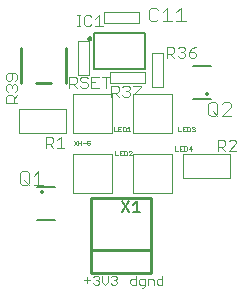
<source format=gto>
G75*
%MOIN*%
%OFA0B0*%
%FSLAX25Y25*%
%IPPOS*%
%LPD*%
%AMOC8*
5,1,8,0,0,1.08239X$1,22.5*
%
%ADD10C,0.00300*%
%ADD11C,0.00200*%
%ADD12C,0.00500*%
%ADD13C,0.01000*%
%ADD14C,0.00400*%
%ADD15C,0.00394*%
%ADD16C,0.00100*%
%ADD17C,0.00600*%
%ADD18C,0.00800*%
%ADD19C,0.01414*%
D10*
X0054413Y0005896D02*
X0054413Y0002993D01*
X0052962Y0002993D01*
X0052478Y0003477D01*
X0052478Y0004444D01*
X0052962Y0004928D01*
X0054413Y0004928D01*
X0056392Y0002026D02*
X0056876Y0002026D01*
X0057360Y0002509D01*
X0057360Y0004928D01*
X0055909Y0004928D01*
X0055425Y0004444D01*
X0055425Y0003477D01*
X0055909Y0002993D01*
X0057360Y0002993D01*
X0058371Y0002993D02*
X0058371Y0004928D01*
X0059823Y0004928D01*
X0060306Y0004444D01*
X0060306Y0002993D01*
X0063253Y0005896D02*
X0063253Y0002993D01*
X0061802Y0002993D01*
X0061318Y0003477D01*
X0061318Y0004444D01*
X0061802Y0004928D01*
X0063253Y0004928D01*
X0039146Y0004455D02*
X0037211Y0004455D01*
X0038178Y0005422D02*
X0038178Y0003487D01*
X0040157Y0005422D02*
X0040641Y0005906D01*
X0041608Y0005906D01*
X0042092Y0005422D01*
X0042092Y0004939D01*
X0041608Y0004455D01*
X0041125Y0004455D01*
X0041608Y0004455D02*
X0042092Y0003971D01*
X0042092Y0003487D01*
X0041608Y0003004D01*
X0040641Y0003004D01*
X0040157Y0003487D01*
X0043104Y0005906D02*
X0043104Y0003971D01*
X0044071Y0003004D01*
X0045039Y0003971D01*
X0045039Y0005906D01*
X0046050Y0005422D02*
X0046534Y0005906D01*
X0047501Y0005906D01*
X0047985Y0005422D01*
X0047985Y0004939D01*
X0047501Y0004455D01*
X0047018Y0004455D01*
X0047501Y0004455D02*
X0047985Y0003971D01*
X0047985Y0003487D01*
X0047501Y0003004D01*
X0046534Y0003004D01*
X0046050Y0003487D01*
X0024400Y0048650D02*
X0024400Y0052353D01*
X0026252Y0052353D01*
X0026869Y0051736D01*
X0026869Y0050502D01*
X0026252Y0049884D01*
X0024400Y0049884D01*
X0025634Y0049884D02*
X0026869Y0048650D01*
X0028083Y0051119D02*
X0029318Y0052353D01*
X0029318Y0048650D01*
X0030552Y0048650D02*
X0028083Y0048650D01*
X0081650Y0047650D02*
X0081650Y0051353D01*
X0083502Y0051353D01*
X0084119Y0050736D01*
X0084119Y0049502D01*
X0083502Y0048884D01*
X0081650Y0048884D01*
X0082884Y0048884D02*
X0084119Y0047650D01*
X0087802Y0047650D02*
X0085333Y0047650D01*
X0087802Y0050119D01*
X0087802Y0050736D01*
X0087185Y0051353D01*
X0085950Y0051353D01*
X0085333Y0050736D01*
X0035884Y0089150D02*
X0034650Y0089150D01*
X0035267Y0089150D02*
X0035267Y0092853D01*
X0034650Y0092853D02*
X0035884Y0092853D01*
X0039574Y0092236D02*
X0038957Y0092853D01*
X0037723Y0092853D01*
X0037105Y0092236D01*
X0037105Y0089767D01*
X0037723Y0089150D01*
X0038957Y0089150D01*
X0039574Y0089767D01*
X0040789Y0091619D02*
X0042023Y0092853D01*
X0042023Y0089150D01*
X0040789Y0089150D02*
X0043257Y0089150D01*
X0064650Y0078650D02*
X0064650Y0082353D01*
X0066502Y0082353D01*
X0067119Y0081736D01*
X0067119Y0080502D01*
X0066502Y0079884D01*
X0064650Y0079884D01*
X0065884Y0079884D02*
X0067119Y0078650D01*
X0068333Y0081736D02*
X0068950Y0082353D01*
X0070185Y0082353D01*
X0070802Y0081736D01*
X0070802Y0081119D01*
X0070185Y0080502D01*
X0069568Y0080502D01*
X0070185Y0080502D02*
X0070802Y0079884D01*
X0070802Y0079267D01*
X0070185Y0078650D01*
X0068950Y0078650D01*
X0068333Y0079267D01*
X0074485Y0082353D02*
X0073251Y0081736D01*
X0072016Y0080502D01*
X0072016Y0079267D01*
X0072633Y0078650D01*
X0073868Y0078650D01*
X0074485Y0079267D01*
X0074485Y0079884D01*
X0073868Y0080502D01*
X0072016Y0080502D01*
X0046150Y0065650D02*
X0046150Y0069353D01*
X0048002Y0069353D01*
X0048619Y0068736D01*
X0048619Y0067502D01*
X0048002Y0066884D01*
X0046150Y0066884D01*
X0047384Y0066884D02*
X0048619Y0065650D01*
X0049833Y0068736D02*
X0050450Y0069353D01*
X0051685Y0069353D01*
X0052302Y0068736D01*
X0052302Y0068119D01*
X0051685Y0067502D01*
X0051068Y0067502D01*
X0051685Y0067502D02*
X0052302Y0066884D01*
X0052302Y0066267D01*
X0051685Y0065650D01*
X0050450Y0065650D01*
X0049833Y0066267D01*
X0053516Y0069353D02*
X0055985Y0069353D01*
X0055985Y0068736D01*
X0053516Y0066267D01*
X0053516Y0065650D01*
X0032150Y0068650D02*
X0032150Y0072353D01*
X0034002Y0072353D01*
X0034619Y0071736D01*
X0034619Y0070502D01*
X0034002Y0069884D01*
X0032150Y0069884D01*
X0033384Y0069884D02*
X0034619Y0068650D01*
X0038302Y0071736D02*
X0037685Y0072353D01*
X0036450Y0072353D01*
X0035833Y0071736D01*
X0035833Y0071119D01*
X0036450Y0070502D01*
X0037685Y0070502D01*
X0038302Y0069884D01*
X0038302Y0069267D01*
X0037685Y0068650D01*
X0036450Y0068650D01*
X0035833Y0069267D01*
X0041985Y0072353D02*
X0039516Y0072353D01*
X0039516Y0068650D01*
X0041985Y0068650D01*
X0040751Y0070502D02*
X0039516Y0070502D01*
X0044434Y0072353D02*
X0044434Y0068650D01*
X0043199Y0072353D02*
X0045668Y0072353D01*
X0014866Y0063601D02*
X0011163Y0063601D01*
X0011163Y0065452D01*
X0011780Y0066069D01*
X0013014Y0066069D01*
X0013631Y0065452D01*
X0013631Y0063601D01*
X0013631Y0064835D02*
X0014866Y0066069D01*
X0011780Y0067284D02*
X0011163Y0067901D01*
X0011163Y0069135D01*
X0011780Y0069752D01*
X0012397Y0069752D01*
X0013014Y0069135D01*
X0013014Y0068518D01*
X0013014Y0069135D02*
X0013631Y0069752D01*
X0014249Y0069752D01*
X0014866Y0069135D01*
X0014866Y0067901D01*
X0014249Y0067284D01*
X0014249Y0070967D02*
X0014866Y0071584D01*
X0014866Y0072818D01*
X0014249Y0073436D01*
X0011780Y0073436D01*
X0011163Y0072818D01*
X0011163Y0071584D01*
X0011780Y0070967D01*
X0012397Y0070967D01*
X0013014Y0071584D01*
X0013014Y0073436D01*
D11*
X0015482Y0061370D02*
X0031018Y0061370D01*
X0031018Y0053630D01*
X0015482Y0053630D01*
X0015482Y0061370D01*
X0085768Y0038630D02*
X0070232Y0038630D01*
X0070232Y0046370D01*
X0085768Y0046370D01*
X0085768Y0038630D01*
X0059598Y0068701D02*
X0059598Y0080299D01*
X0063402Y0080299D01*
X0063402Y0068701D01*
X0059598Y0068701D01*
X0045701Y0073902D02*
X0057299Y0073902D01*
X0057299Y0070098D01*
X0045701Y0070098D01*
X0045701Y0073902D01*
X0038902Y0084299D02*
X0038902Y0072701D01*
X0035098Y0072701D01*
X0035098Y0084299D01*
X0038902Y0084299D01*
X0043701Y0093902D02*
X0055299Y0093902D01*
X0055299Y0090098D01*
X0043701Y0090098D01*
X0043701Y0093902D01*
D12*
X0040500Y0087000D02*
X0040500Y0075000D01*
X0057500Y0075000D01*
X0057500Y0087000D01*
X0040500Y0087000D01*
X0038500Y0085000D02*
X0038502Y0085044D01*
X0038508Y0085088D01*
X0038518Y0085131D01*
X0038531Y0085173D01*
X0038548Y0085214D01*
X0038569Y0085253D01*
X0038593Y0085290D01*
X0038620Y0085325D01*
X0038650Y0085357D01*
X0038683Y0085387D01*
X0038719Y0085413D01*
X0038756Y0085437D01*
X0038796Y0085456D01*
X0038837Y0085473D01*
X0038880Y0085485D01*
X0038923Y0085494D01*
X0038967Y0085499D01*
X0039011Y0085500D01*
X0039055Y0085497D01*
X0039099Y0085490D01*
X0039142Y0085479D01*
X0039184Y0085465D01*
X0039224Y0085447D01*
X0039263Y0085425D01*
X0039299Y0085401D01*
X0039333Y0085373D01*
X0039365Y0085342D01*
X0039394Y0085308D01*
X0039420Y0085272D01*
X0039442Y0085234D01*
X0039461Y0085194D01*
X0039476Y0085152D01*
X0039488Y0085110D01*
X0039496Y0085066D01*
X0039500Y0085022D01*
X0039500Y0084978D01*
X0039496Y0084934D01*
X0039488Y0084890D01*
X0039476Y0084848D01*
X0039461Y0084806D01*
X0039442Y0084766D01*
X0039420Y0084728D01*
X0039394Y0084692D01*
X0039365Y0084658D01*
X0039333Y0084627D01*
X0039299Y0084599D01*
X0039263Y0084575D01*
X0039224Y0084553D01*
X0039184Y0084535D01*
X0039142Y0084521D01*
X0039099Y0084510D01*
X0039055Y0084503D01*
X0039011Y0084500D01*
X0038967Y0084501D01*
X0038923Y0084506D01*
X0038880Y0084515D01*
X0038837Y0084527D01*
X0038796Y0084544D01*
X0038756Y0084563D01*
X0038719Y0084587D01*
X0038683Y0084613D01*
X0038650Y0084643D01*
X0038620Y0084675D01*
X0038593Y0084710D01*
X0038569Y0084747D01*
X0038548Y0084786D01*
X0038531Y0084827D01*
X0038518Y0084869D01*
X0038508Y0084912D01*
X0038502Y0084956D01*
X0038500Y0085000D01*
D13*
X0030980Y0081980D02*
X0030980Y0070169D01*
X0026059Y0070169D02*
X0020941Y0070169D01*
X0016020Y0070169D02*
X0016020Y0081980D01*
X0059500Y0007000D02*
X0039500Y0007000D01*
X0039500Y0014500D01*
X0039500Y0032000D01*
X0059500Y0032000D01*
X0059500Y0014500D01*
X0059500Y0007000D01*
X0059500Y0014500D02*
X0039500Y0014500D01*
D14*
X0061769Y0094537D02*
X0061002Y0095304D01*
X0059467Y0095304D01*
X0058700Y0094537D01*
X0058700Y0091467D01*
X0059467Y0090700D01*
X0061002Y0090700D01*
X0061769Y0091467D01*
X0063304Y0093769D02*
X0064839Y0095304D01*
X0064839Y0090700D01*
X0066373Y0090700D02*
X0063304Y0090700D01*
X0067908Y0093769D02*
X0069442Y0095304D01*
X0069442Y0090700D01*
X0067908Y0090700D02*
X0070977Y0090700D01*
X0015700Y0036967D02*
X0015700Y0040037D01*
X0016467Y0040804D01*
X0018002Y0040804D01*
X0018769Y0040037D01*
X0018769Y0036967D01*
X0018002Y0036200D01*
X0016467Y0036200D01*
X0015700Y0036967D01*
X0017235Y0037735D02*
X0018769Y0036200D01*
X0020304Y0039269D02*
X0021839Y0040804D01*
X0021839Y0036200D01*
X0023373Y0036200D02*
X0020304Y0036200D01*
X0078492Y0059967D02*
X0078492Y0063037D01*
X0079259Y0063804D01*
X0080794Y0063804D01*
X0081561Y0063037D01*
X0081561Y0059967D01*
X0080794Y0059200D01*
X0079259Y0059200D01*
X0078492Y0059967D01*
X0080027Y0060735D02*
X0081561Y0059200D01*
X0086165Y0059200D02*
X0083096Y0059200D01*
X0086165Y0062269D01*
X0086165Y0063037D01*
X0085398Y0063804D01*
X0083863Y0063804D01*
X0083096Y0063037D01*
D15*
X0033500Y0053500D02*
X0033500Y0066500D01*
X0046500Y0066500D01*
X0046500Y0053500D01*
X0033500Y0053500D01*
X0046500Y0046500D02*
X0046500Y0033500D01*
X0033500Y0033500D01*
X0033500Y0046500D01*
X0046500Y0046500D01*
X0053500Y0053500D02*
X0053500Y0066500D01*
X0066500Y0066500D01*
X0066500Y0053500D01*
X0053500Y0053500D01*
X0066500Y0046500D02*
X0066500Y0033500D01*
X0053500Y0033500D01*
X0053500Y0046500D01*
X0066500Y0046500D01*
D16*
X0047050Y0055551D02*
X0047050Y0054050D01*
X0048051Y0054050D01*
X0049524Y0055551D02*
X0048523Y0055551D01*
X0048523Y0054050D01*
X0049524Y0054050D01*
X0049024Y0054801D02*
X0048523Y0054801D01*
X0049997Y0055551D02*
X0049997Y0054050D01*
X0050747Y0054050D01*
X0050997Y0054300D01*
X0050997Y0055301D01*
X0050747Y0055551D01*
X0049997Y0055551D01*
X0051470Y0055051D02*
X0051970Y0055551D01*
X0051970Y0054050D01*
X0051470Y0054050D02*
X0052471Y0054050D01*
X0047550Y0047551D02*
X0047550Y0046050D01*
X0048551Y0046050D01*
X0050024Y0047551D02*
X0049023Y0047551D01*
X0049023Y0046050D01*
X0050024Y0046050D01*
X0049524Y0046801D02*
X0049023Y0046801D01*
X0050497Y0047551D02*
X0050497Y0046050D01*
X0051247Y0046050D01*
X0051497Y0046300D01*
X0051497Y0047301D01*
X0051247Y0047551D01*
X0050497Y0047551D01*
X0052971Y0046050D02*
X0051970Y0046050D01*
X0052971Y0047051D01*
X0052971Y0047301D01*
X0052720Y0047551D01*
X0052220Y0047551D01*
X0051970Y0047301D01*
X0068550Y0055551D02*
X0068550Y0054050D01*
X0069551Y0054050D01*
X0071024Y0055551D02*
X0070023Y0055551D01*
X0070023Y0054050D01*
X0071024Y0054050D01*
X0070524Y0054801D02*
X0070023Y0054801D01*
X0071497Y0055551D02*
X0071497Y0054050D01*
X0072247Y0054050D01*
X0072497Y0054300D01*
X0072497Y0055301D01*
X0072247Y0055551D01*
X0071497Y0055551D01*
X0072970Y0055301D02*
X0073220Y0055551D01*
X0073720Y0055551D01*
X0073971Y0055301D01*
X0073971Y0055051D01*
X0073720Y0054801D01*
X0073470Y0054801D01*
X0073720Y0054801D02*
X0073971Y0054550D01*
X0073971Y0054300D01*
X0073720Y0054050D01*
X0073220Y0054050D01*
X0072970Y0054300D01*
X0034658Y0049450D02*
X0033657Y0050951D01*
X0034658Y0050951D02*
X0033657Y0049450D01*
X0035130Y0049450D02*
X0035130Y0050951D01*
X0035130Y0050201D02*
X0036131Y0050201D01*
X0036131Y0050951D02*
X0036131Y0049450D01*
X0036603Y0050201D02*
X0037604Y0050201D01*
X0039078Y0050701D02*
X0038827Y0050951D01*
X0038327Y0050951D01*
X0038077Y0050701D01*
X0038077Y0049700D01*
X0038327Y0049450D01*
X0038827Y0049450D01*
X0039078Y0049700D01*
X0039078Y0050201D01*
X0038577Y0050201D01*
X0067550Y0049051D02*
X0067550Y0047550D01*
X0068551Y0047550D01*
X0070024Y0049051D02*
X0069023Y0049051D01*
X0069023Y0047550D01*
X0070024Y0047550D01*
X0069524Y0048301D02*
X0069023Y0048301D01*
X0070497Y0049051D02*
X0070497Y0047550D01*
X0071247Y0047550D01*
X0071497Y0047800D01*
X0071497Y0048801D01*
X0071247Y0049051D01*
X0070497Y0049051D01*
X0072720Y0047550D02*
X0072720Y0049051D01*
X0071970Y0048301D01*
X0072971Y0048301D01*
D17*
X0049800Y0030703D02*
X0052069Y0027300D01*
X0049800Y0027300D02*
X0052069Y0030703D01*
X0053483Y0029569D02*
X0054617Y0030703D01*
X0054617Y0027300D01*
X0053483Y0027300D02*
X0055752Y0027300D01*
D18*
X0027453Y0024488D02*
X0021547Y0024488D01*
X0021547Y0035512D02*
X0027453Y0035512D01*
X0073547Y0076012D02*
X0079453Y0076012D01*
X0079453Y0064988D02*
X0073547Y0064988D01*
D19*
X0023000Y0034000D03*
X0078000Y0066500D03*
M02*

</source>
